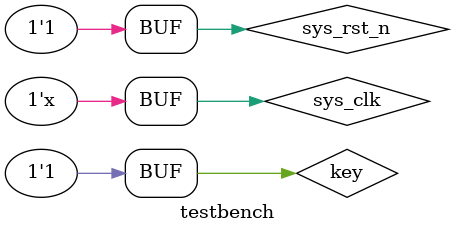
<source format=v>
`timescale 1ns / 1ns

module testbench();

parameter CLK_PERIOD = 20;//ns
parameter CNT_MAX = 20'd10;//计时200ns

    // Inputs
    reg sys_clk;
    reg sys_rst_n;
    reg key;

    // Outputs
    wire beep;

    top_beep #(.CNT_MAX(CNT_MAX))
    uut (
        .sys_clk(sys_clk), 
        .sys_rst_n(sys_rst_n), 
        .key(key),
        .beep(beep)
    );

    initial begin
        // Initialize Inputs
        sys_clk <= 0;
        sys_rst_n <= 0;
        key <= 1'b1;
        // Wait for global reset
        #100; 
        // Apply test vectors
        sys_rst_n = 1;
        #200
        key <= 1'b0;//按键按下
        #40
        key <= 1'b1; //按键抖动
        #30
        key <= 1'b0;//抖动结束
        #500
        key <= 1'b1;//松开按键
        #50
        key <=1'b0;//按键抖动
        #1000
        key <= 1'b1;//抖动结束
    end

    always #(CLK_PERIOD/2) sys_clk = ~sys_clk; // Generate clock with period of 10ns

endmodule
</source>
